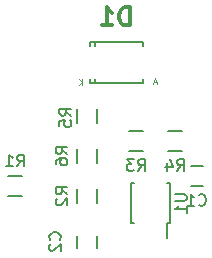
<source format=gbr>
G04 #@! TF.FileFunction,Legend,Bot*
%FSLAX46Y46*%
G04 Gerber Fmt 4.6, Leading zero omitted, Abs format (unit mm)*
G04 Created by KiCad (PCBNEW 201609251018+7233~55~ubuntu16.04.1-) date Thu Sep 29 16:16:28 2016*
%MOMM*%
%LPD*%
G01*
G04 APERTURE LIST*
%ADD10C,0.100000*%
%ADD11C,0.150000*%
%ADD12C,0.304800*%
%ADD13C,0.099060*%
G04 APERTURE END LIST*
D10*
D11*
X111809400Y-85190200D02*
X111559400Y-85190200D01*
X111809400Y-81840200D02*
X111559400Y-81840200D01*
X108459400Y-81840200D02*
X108709400Y-81840200D01*
X108459400Y-85190200D02*
X108709400Y-85190200D01*
X111809400Y-85190200D02*
X111809400Y-81840200D01*
X108459400Y-85190200D02*
X108459400Y-81840200D01*
X111559400Y-85190200D02*
X111559400Y-86440200D01*
X114546000Y-82028400D02*
X113546000Y-82028400D01*
X113546000Y-80328400D02*
X114546000Y-80328400D01*
X103899600Y-87266400D02*
X103899600Y-86266400D01*
X105599600Y-86266400D02*
X105599600Y-87266400D01*
X105437940Y-73327260D02*
X105437940Y-72976740D01*
X105437940Y-69827140D02*
X105437940Y-70177660D01*
X104988360Y-73327260D02*
X104988360Y-72976740D01*
X109489240Y-73327260D02*
X109489240Y-72976740D01*
X109489240Y-69827140D02*
X109489240Y-70177660D01*
X104988360Y-69827140D02*
X104988360Y-70177660D01*
X109489240Y-73327260D02*
X104988360Y-73327260D01*
X109489240Y-69827140D02*
X104988360Y-69827140D01*
X98079000Y-82917000D02*
X99279000Y-82917000D01*
X99279000Y-81167000D02*
X98079000Y-81167000D01*
X105624600Y-83505600D02*
X105624600Y-82305600D01*
X103874600Y-82305600D02*
X103874600Y-83505600D01*
X109515200Y-77357000D02*
X108315200Y-77357000D01*
X108315200Y-79107000D02*
X109515200Y-79107000D01*
X112817200Y-77357000D02*
X111617200Y-77357000D01*
X111617200Y-79107000D02*
X112817200Y-79107000D01*
X105624600Y-76698400D02*
X105624600Y-75498400D01*
X103874600Y-75498400D02*
X103874600Y-76698400D01*
X105624600Y-80102000D02*
X105624600Y-78902000D01*
X103874600Y-78902000D02*
X103874600Y-80102000D01*
X112186780Y-82753295D02*
X112996304Y-82753295D01*
X113091542Y-82800914D01*
X113139161Y-82848533D01*
X113186780Y-82943771D01*
X113186780Y-83134247D01*
X113139161Y-83229485D01*
X113091542Y-83277104D01*
X112996304Y-83324723D01*
X112186780Y-83324723D01*
X113186780Y-84324723D02*
X113186780Y-83753295D01*
X113186780Y-84039009D02*
X112186780Y-84039009D01*
X112329638Y-83943771D01*
X112424876Y-83848533D01*
X112472495Y-83753295D01*
X114212666Y-83635542D02*
X114260285Y-83683161D01*
X114403142Y-83730780D01*
X114498380Y-83730780D01*
X114641238Y-83683161D01*
X114736476Y-83587923D01*
X114784095Y-83492685D01*
X114831714Y-83302209D01*
X114831714Y-83159352D01*
X114784095Y-82968876D01*
X114736476Y-82873638D01*
X114641238Y-82778400D01*
X114498380Y-82730780D01*
X114403142Y-82730780D01*
X114260285Y-82778400D01*
X114212666Y-82826019D01*
X113260285Y-83730780D02*
X113831714Y-83730780D01*
X113546000Y-83730780D02*
X113546000Y-82730780D01*
X113641238Y-82873638D01*
X113736476Y-82968876D01*
X113831714Y-83016495D01*
X102439742Y-86599733D02*
X102487361Y-86552114D01*
X102534980Y-86409257D01*
X102534980Y-86314019D01*
X102487361Y-86171161D01*
X102392123Y-86075923D01*
X102296885Y-86028304D01*
X102106409Y-85980685D01*
X101963552Y-85980685D01*
X101773076Y-86028304D01*
X101677838Y-86075923D01*
X101582600Y-86171161D01*
X101534980Y-86314019D01*
X101534980Y-86409257D01*
X101582600Y-86552114D01*
X101630219Y-86599733D01*
X101630219Y-86980685D02*
X101582600Y-87028304D01*
X101534980Y-87123542D01*
X101534980Y-87361638D01*
X101582600Y-87456876D01*
X101630219Y-87504495D01*
X101725457Y-87552114D01*
X101820695Y-87552114D01*
X101963552Y-87504495D01*
X102534980Y-86933066D01*
X102534980Y-87552114D01*
D12*
X108363657Y-68456628D02*
X108363657Y-66932628D01*
X108000800Y-66932628D01*
X107783085Y-67005200D01*
X107637942Y-67150342D01*
X107565371Y-67295485D01*
X107492800Y-67585771D01*
X107492800Y-67803485D01*
X107565371Y-68093771D01*
X107637942Y-68238914D01*
X107783085Y-68384057D01*
X108000800Y-68456628D01*
X108363657Y-68456628D01*
X106041371Y-68456628D02*
X106912228Y-68456628D01*
X106476800Y-68456628D02*
X106476800Y-66932628D01*
X106621942Y-67150342D01*
X106767085Y-67295485D01*
X106912228Y-67368057D01*
D13*
X110657398Y-73260796D02*
X110419121Y-73260796D01*
X110705053Y-73403762D02*
X110538260Y-72903382D01*
X110371466Y-73403762D01*
X104370111Y-73502822D02*
X104370111Y-73002442D01*
X104084180Y-73502822D02*
X104298629Y-73216890D01*
X104084180Y-73002442D02*
X104370111Y-73288373D01*
D11*
X98845666Y-80394380D02*
X99179000Y-79918190D01*
X99417095Y-80394380D02*
X99417095Y-79394380D01*
X99036142Y-79394380D01*
X98940904Y-79442000D01*
X98893285Y-79489619D01*
X98845666Y-79584857D01*
X98845666Y-79727714D01*
X98893285Y-79822952D01*
X98940904Y-79870571D01*
X99036142Y-79918190D01*
X99417095Y-79918190D01*
X97893285Y-80394380D02*
X98464714Y-80394380D01*
X98179000Y-80394380D02*
X98179000Y-79394380D01*
X98274238Y-79537238D01*
X98369476Y-79632476D01*
X98464714Y-79680095D01*
X103101980Y-82738933D02*
X102625790Y-82405600D01*
X103101980Y-82167504D02*
X102101980Y-82167504D01*
X102101980Y-82548457D01*
X102149600Y-82643695D01*
X102197219Y-82691314D01*
X102292457Y-82738933D01*
X102435314Y-82738933D01*
X102530552Y-82691314D01*
X102578171Y-82643695D01*
X102625790Y-82548457D01*
X102625790Y-82167504D01*
X102197219Y-83119885D02*
X102149600Y-83167504D01*
X102101980Y-83262742D01*
X102101980Y-83500838D01*
X102149600Y-83596076D01*
X102197219Y-83643695D01*
X102292457Y-83691314D01*
X102387695Y-83691314D01*
X102530552Y-83643695D01*
X103101980Y-83072266D01*
X103101980Y-83691314D01*
X109081866Y-80784380D02*
X109415200Y-80308190D01*
X109653295Y-80784380D02*
X109653295Y-79784380D01*
X109272342Y-79784380D01*
X109177104Y-79832000D01*
X109129485Y-79879619D01*
X109081866Y-79974857D01*
X109081866Y-80117714D01*
X109129485Y-80212952D01*
X109177104Y-80260571D01*
X109272342Y-80308190D01*
X109653295Y-80308190D01*
X108748533Y-79784380D02*
X108129485Y-79784380D01*
X108462819Y-80165333D01*
X108319961Y-80165333D01*
X108224723Y-80212952D01*
X108177104Y-80260571D01*
X108129485Y-80355809D01*
X108129485Y-80593904D01*
X108177104Y-80689142D01*
X108224723Y-80736761D01*
X108319961Y-80784380D01*
X108605676Y-80784380D01*
X108700914Y-80736761D01*
X108748533Y-80689142D01*
X112383866Y-80784380D02*
X112717200Y-80308190D01*
X112955295Y-80784380D02*
X112955295Y-79784380D01*
X112574342Y-79784380D01*
X112479104Y-79832000D01*
X112431485Y-79879619D01*
X112383866Y-79974857D01*
X112383866Y-80117714D01*
X112431485Y-80212952D01*
X112479104Y-80260571D01*
X112574342Y-80308190D01*
X112955295Y-80308190D01*
X111526723Y-80117714D02*
X111526723Y-80784380D01*
X111764819Y-79736761D02*
X112002914Y-80451047D01*
X111383866Y-80451047D01*
X103423980Y-76084133D02*
X102947790Y-75750800D01*
X103423980Y-75512704D02*
X102423980Y-75512704D01*
X102423980Y-75893657D01*
X102471600Y-75988895D01*
X102519219Y-76036514D01*
X102614457Y-76084133D01*
X102757314Y-76084133D01*
X102852552Y-76036514D01*
X102900171Y-75988895D01*
X102947790Y-75893657D01*
X102947790Y-75512704D01*
X102423980Y-76988895D02*
X102423980Y-76512704D01*
X102900171Y-76465085D01*
X102852552Y-76512704D01*
X102804933Y-76607942D01*
X102804933Y-76846038D01*
X102852552Y-76941276D01*
X102900171Y-76988895D01*
X102995409Y-77036514D01*
X103233504Y-77036514D01*
X103328742Y-76988895D01*
X103376361Y-76941276D01*
X103423980Y-76846038D01*
X103423980Y-76607942D01*
X103376361Y-76512704D01*
X103328742Y-76465085D01*
X103101980Y-79335333D02*
X102625790Y-79002000D01*
X103101980Y-78763904D02*
X102101980Y-78763904D01*
X102101980Y-79144857D01*
X102149600Y-79240095D01*
X102197219Y-79287714D01*
X102292457Y-79335333D01*
X102435314Y-79335333D01*
X102530552Y-79287714D01*
X102578171Y-79240095D01*
X102625790Y-79144857D01*
X102625790Y-78763904D01*
X102101980Y-80192476D02*
X102101980Y-80002000D01*
X102149600Y-79906761D01*
X102197219Y-79859142D01*
X102340076Y-79763904D01*
X102530552Y-79716285D01*
X102911504Y-79716285D01*
X103006742Y-79763904D01*
X103054361Y-79811523D01*
X103101980Y-79906761D01*
X103101980Y-80097238D01*
X103054361Y-80192476D01*
X103006742Y-80240095D01*
X102911504Y-80287714D01*
X102673409Y-80287714D01*
X102578171Y-80240095D01*
X102530552Y-80192476D01*
X102482933Y-80097238D01*
X102482933Y-79906761D01*
X102530552Y-79811523D01*
X102578171Y-79763904D01*
X102673409Y-79716285D01*
M02*

</source>
